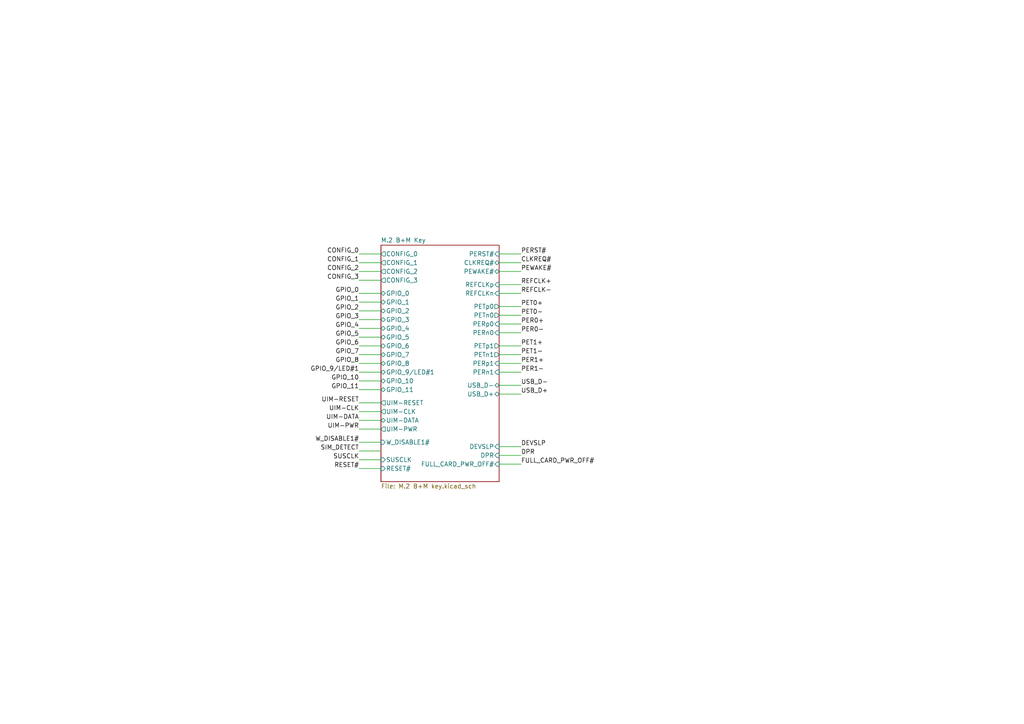
<source format=kicad_sch>
(kicad_sch
	(version 20250114)
	(generator "eeschema")
	(generator_version "9.0")
	(uuid "0e5434ce-5e10-40a4-84b4-46c88cb3228f")
	(paper "A4")
	(lib_symbols)
	(wire
		(pts
			(xy 104.14 105.41) (xy 110.49 105.41)
		)
		(stroke
			(width 0)
			(type default)
		)
		(uuid "00f02d98-6e45-4122-8df7-632549b3128d")
	)
	(wire
		(pts
			(xy 104.14 73.66) (xy 110.49 73.66)
		)
		(stroke
			(width 0)
			(type default)
		)
		(uuid "02463246-6187-4695-8da0-735228d332fd")
	)
	(wire
		(pts
			(xy 144.78 107.95) (xy 151.13 107.95)
		)
		(stroke
			(width 0)
			(type default)
		)
		(uuid "0c168be9-aba9-4a08-9e3a-4bafd4008fe7")
	)
	(wire
		(pts
			(xy 144.78 93.98) (xy 151.13 93.98)
		)
		(stroke
			(width 0)
			(type default)
		)
		(uuid "0ff44b60-b4a7-4241-be4d-6fb8972330f7")
	)
	(wire
		(pts
			(xy 104.14 92.71) (xy 110.49 92.71)
		)
		(stroke
			(width 0)
			(type default)
		)
		(uuid "213e103f-4ef8-4750-972c-4fe7a9407456")
	)
	(wire
		(pts
			(xy 104.14 107.95) (xy 110.49 107.95)
		)
		(stroke
			(width 0)
			(type default)
		)
		(uuid "28a79ac6-8e3d-4579-b58f-4c2d146b8ee3")
	)
	(wire
		(pts
			(xy 104.14 100.33) (xy 110.49 100.33)
		)
		(stroke
			(width 0)
			(type default)
		)
		(uuid "2db987cc-4aa2-4023-9901-c23c1252cd73")
	)
	(wire
		(pts
			(xy 104.14 130.81) (xy 110.49 130.81)
		)
		(stroke
			(width 0)
			(type default)
		)
		(uuid "39ec3a5b-5e2d-4999-bb46-a0c158495752")
	)
	(wire
		(pts
			(xy 144.78 73.66) (xy 151.13 73.66)
		)
		(stroke
			(width 0)
			(type default)
		)
		(uuid "3c8b3d21-c22a-41e7-92f0-79da2d2dd3b3")
	)
	(wire
		(pts
			(xy 104.14 81.28) (xy 110.49 81.28)
		)
		(stroke
			(width 0)
			(type default)
		)
		(uuid "4297c9a2-b430-47ad-8d9d-53139d6d8265")
	)
	(wire
		(pts
			(xy 104.14 90.17) (xy 110.49 90.17)
		)
		(stroke
			(width 0)
			(type default)
		)
		(uuid "43da3404-ffd5-4568-b184-e4c6ad22ccba")
	)
	(wire
		(pts
			(xy 104.14 78.74) (xy 110.49 78.74)
		)
		(stroke
			(width 0)
			(type default)
		)
		(uuid "4754cb2f-43de-4374-8d59-457f855db9a1")
	)
	(wire
		(pts
			(xy 104.14 121.92) (xy 110.49 121.92)
		)
		(stroke
			(width 0)
			(type default)
		)
		(uuid "4789dbe4-0dca-4fbf-97e0-859ff23be8fb")
	)
	(wire
		(pts
			(xy 144.78 134.62) (xy 151.13 134.62)
		)
		(stroke
			(width 0)
			(type default)
		)
		(uuid "52825b24-d470-4e14-8f84-bf70b7953835")
	)
	(wire
		(pts
			(xy 144.78 114.3) (xy 151.13 114.3)
		)
		(stroke
			(width 0)
			(type default)
		)
		(uuid "62ba96ad-10d5-4a66-9783-f71e1b45b60d")
	)
	(wire
		(pts
			(xy 104.14 102.87) (xy 110.49 102.87)
		)
		(stroke
			(width 0)
			(type default)
		)
		(uuid "7322e8fe-057a-443c-a887-0c170e58cf00")
	)
	(wire
		(pts
			(xy 144.78 102.87) (xy 151.13 102.87)
		)
		(stroke
			(width 0)
			(type default)
		)
		(uuid "7b48c2c3-6cbc-4087-b79c-c6a2bde330b8")
	)
	(wire
		(pts
			(xy 104.14 87.63) (xy 110.49 87.63)
		)
		(stroke
			(width 0)
			(type default)
		)
		(uuid "85b59e95-00be-4dfd-b2f6-8d389b9bf0cf")
	)
	(wire
		(pts
			(xy 104.14 135.89) (xy 110.49 135.89)
		)
		(stroke
			(width 0)
			(type default)
		)
		(uuid "90ab70b9-5f8f-4072-980e-fb94a9298b01")
	)
	(wire
		(pts
			(xy 104.14 116.84) (xy 110.49 116.84)
		)
		(stroke
			(width 0)
			(type default)
		)
		(uuid "9a4b6b11-12fc-4e36-baa6-51965a0ddbe7")
	)
	(wire
		(pts
			(xy 144.78 82.55) (xy 151.13 82.55)
		)
		(stroke
			(width 0)
			(type default)
		)
		(uuid "9a591edf-262b-4391-b4b9-9d2f2ec47889")
	)
	(wire
		(pts
			(xy 144.78 76.2) (xy 151.13 76.2)
		)
		(stroke
			(width 0)
			(type default)
		)
		(uuid "a017466f-b242-4693-93a4-eb38928d716c")
	)
	(wire
		(pts
			(xy 144.78 111.76) (xy 151.13 111.76)
		)
		(stroke
			(width 0)
			(type default)
		)
		(uuid "a11855d8-9032-4c4d-85bf-2f8ed3adbf56")
	)
	(wire
		(pts
			(xy 104.14 110.49) (xy 110.49 110.49)
		)
		(stroke
			(width 0)
			(type default)
		)
		(uuid "a58783a9-9ca9-44f5-a5e3-1769c1a196aa")
	)
	(wire
		(pts
			(xy 104.14 133.35) (xy 110.49 133.35)
		)
		(stroke
			(width 0)
			(type default)
		)
		(uuid "abbc3703-4068-4c38-afd6-7b722c00c9b3")
	)
	(wire
		(pts
			(xy 104.14 97.79) (xy 110.49 97.79)
		)
		(stroke
			(width 0)
			(type default)
		)
		(uuid "b785181f-1167-4146-a401-3453d4b7cee7")
	)
	(wire
		(pts
			(xy 144.78 132.08) (xy 151.13 132.08)
		)
		(stroke
			(width 0)
			(type default)
		)
		(uuid "c0953c26-62a4-4aaf-857c-81c3211092eb")
	)
	(wire
		(pts
			(xy 144.78 85.09) (xy 151.13 85.09)
		)
		(stroke
			(width 0)
			(type default)
		)
		(uuid "ca60656f-a44a-4ac4-afd7-96383a784138")
	)
	(wire
		(pts
			(xy 144.78 129.54) (xy 151.13 129.54)
		)
		(stroke
			(width 0)
			(type default)
		)
		(uuid "cbfd55d2-fd96-4f0e-81e5-df099dee43e9")
	)
	(wire
		(pts
			(xy 144.78 96.52) (xy 151.13 96.52)
		)
		(stroke
			(width 0)
			(type default)
		)
		(uuid "ccc077b3-8b59-46fc-adca-a44dd7ebf134")
	)
	(wire
		(pts
			(xy 104.14 113.03) (xy 110.49 113.03)
		)
		(stroke
			(width 0)
			(type default)
		)
		(uuid "cdec83ee-a928-4596-8dcb-585e8e9acfde")
	)
	(wire
		(pts
			(xy 144.78 88.9) (xy 151.13 88.9)
		)
		(stroke
			(width 0)
			(type default)
		)
		(uuid "d0400d86-686c-4470-83c3-a89f2e19fd7c")
	)
	(wire
		(pts
			(xy 104.14 95.25) (xy 110.49 95.25)
		)
		(stroke
			(width 0)
			(type default)
		)
		(uuid "d0b73c04-001b-4c5c-a435-6c6321353089")
	)
	(wire
		(pts
			(xy 144.78 105.41) (xy 151.13 105.41)
		)
		(stroke
			(width 0)
			(type default)
		)
		(uuid "d0e814ff-493a-422c-9d12-2326bcdeeec9")
	)
	(wire
		(pts
			(xy 144.78 91.44) (xy 151.13 91.44)
		)
		(stroke
			(width 0)
			(type default)
		)
		(uuid "d93affcc-2520-4773-9e4b-4beafec63e9e")
	)
	(wire
		(pts
			(xy 104.14 124.46) (xy 110.49 124.46)
		)
		(stroke
			(width 0)
			(type default)
		)
		(uuid "d988038c-db35-423c-9d51-c3a3efca7e28")
	)
	(wire
		(pts
			(xy 104.14 85.09) (xy 110.49 85.09)
		)
		(stroke
			(width 0)
			(type default)
		)
		(uuid "da1dd64f-b7da-409b-a9a5-b6d19f9a81db")
	)
	(wire
		(pts
			(xy 144.78 78.74) (xy 151.13 78.74)
		)
		(stroke
			(width 0)
			(type default)
		)
		(uuid "daae01d6-8d50-4663-ae8a-196c6b250fe7")
	)
	(wire
		(pts
			(xy 104.14 76.2) (xy 110.49 76.2)
		)
		(stroke
			(width 0)
			(type default)
		)
		(uuid "e5683715-42f7-4af5-b8ca-498511e5a6e0")
	)
	(wire
		(pts
			(xy 144.78 100.33) (xy 151.13 100.33)
		)
		(stroke
			(width 0)
			(type default)
		)
		(uuid "ee9636c2-fbb5-44ed-a35b-612796bb7657")
	)
	(wire
		(pts
			(xy 104.14 128.27) (xy 110.49 128.27)
		)
		(stroke
			(width 0)
			(type default)
		)
		(uuid "fc99f8af-0ab1-4876-a9be-1b64870946d5")
	)
	(wire
		(pts
			(xy 104.14 119.38) (xy 110.49 119.38)
		)
		(stroke
			(width 0)
			(type default)
		)
		(uuid "fda7ebf7-7223-45a3-a24d-941c5f7ba2c0")
	)
	(label "FULL_CARD_PWR_OFF#"
		(at 151.13 134.62 0)
		(effects
			(font
				(size 1.27 1.27)
			)
			(justify left bottom)
		)
		(uuid "0a54286c-ec33-4f5d-b84c-f1beb417be48")
	)
	(label "GPIO_6"
		(at 104.14 100.33 180)
		(effects
			(font
				(size 1.27 1.27)
			)
			(justify right bottom)
		)
		(uuid "0e2c6ced-2f5b-4dee-b35f-c246a22e4f4b")
	)
	(label "GPIO_1"
		(at 104.14 87.63 180)
		(effects
			(font
				(size 1.27 1.27)
			)
			(justify right bottom)
		)
		(uuid "0fde8925-13dc-4fea-a217-0742d9c5f87d")
	)
	(label "PER1+"
		(at 151.13 105.41 0)
		(effects
			(font
				(size 1.27 1.27)
			)
			(justify left bottom)
		)
		(uuid "14480b68-5ad2-4a4c-9101-8a9eae97523e")
	)
	(label "GPIO_10"
		(at 104.14 110.49 180)
		(effects
			(font
				(size 1.27 1.27)
			)
			(justify right bottom)
		)
		(uuid "15c9ab47-90d8-4bc7-8c92-1ddf2712ee78")
	)
	(label "PET1+"
		(at 151.13 100.33 0)
		(effects
			(font
				(size 1.27 1.27)
			)
			(justify left bottom)
		)
		(uuid "1bed3f65-905e-44af-8aef-5203ccfdf0a0")
	)
	(label "CONFIG_0"
		(at 104.14 73.66 180)
		(effects
			(font
				(size 1.27 1.27)
			)
			(justify right bottom)
		)
		(uuid "22918204-8d81-47ee-b922-045387d2de5f")
	)
	(label "PER1-"
		(at 151.13 107.95 0)
		(effects
			(font
				(size 1.27 1.27)
			)
			(justify left bottom)
		)
		(uuid "2658cdb2-c207-4c80-97aa-76fa1c8051ea")
	)
	(label "W_DISABLE1#"
		(at 104.14 128.27 180)
		(effects
			(font
				(size 1.27 1.27)
			)
			(justify right bottom)
		)
		(uuid "3d39b9de-6885-4cc4-8675-71d3cc966b03")
	)
	(label "PET0-"
		(at 151.13 91.44 0)
		(effects
			(font
				(size 1.27 1.27)
			)
			(justify left bottom)
		)
		(uuid "42a7e67e-1568-452a-8108-3f5ba22568b0")
	)
	(label "GPIO_4"
		(at 104.14 95.25 180)
		(effects
			(font
				(size 1.27 1.27)
			)
			(justify right bottom)
		)
		(uuid "517af859-6b44-4955-b0c7-35851f137287")
	)
	(label "PET0+"
		(at 151.13 88.9 0)
		(effects
			(font
				(size 1.27 1.27)
			)
			(justify left bottom)
		)
		(uuid "5c5bf380-4462-4100-b2a4-6a5a0e476ae2")
	)
	(label "REFCLK-"
		(at 151.13 85.09 0)
		(effects
			(font
				(size 1.27 1.27)
			)
			(justify left bottom)
		)
		(uuid "6460285f-3bc2-41b8-ad1f-764b318e2edf")
	)
	(label "RESET#"
		(at 104.14 135.89 180)
		(effects
			(font
				(size 1.27 1.27)
			)
			(justify right bottom)
		)
		(uuid "681b2b22-97ea-4c3a-98e2-9dad24c9f450")
	)
	(label "GPIO_0"
		(at 104.14 85.09 180)
		(effects
			(font
				(size 1.27 1.27)
			)
			(justify right bottom)
		)
		(uuid "68d9e093-1d65-4eee-8fa9-63f3596a5511")
	)
	(label "CONFIG_3"
		(at 104.14 81.28 180)
		(effects
			(font
				(size 1.27 1.27)
			)
			(justify right bottom)
		)
		(uuid "6bc511b9-43cf-4ad2-b9a8-9b95d9d01744")
	)
	(label "CONFIG_2"
		(at 104.14 78.74 180)
		(effects
			(font
				(size 1.27 1.27)
			)
			(justify right bottom)
		)
		(uuid "6fdb3757-663e-44c7-ae42-2c07af5cb91d")
	)
	(label "CLKREQ#"
		(at 151.13 76.2 0)
		(effects
			(font
				(size 1.27 1.27)
			)
			(justify left bottom)
		)
		(uuid "707d15a4-7030-483c-876f-667a246ad7c5")
	)
	(label "PERST#"
		(at 151.13 73.66 0)
		(effects
			(font
				(size 1.27 1.27)
			)
			(justify left bottom)
		)
		(uuid "73e17d14-ac37-4118-a9be-7c145d4f0234")
	)
	(label "PEWAKE#"
		(at 151.13 78.74 0)
		(effects
			(font
				(size 1.27 1.27)
			)
			(justify left bottom)
		)
		(uuid "81132621-9e29-44aa-96a3-99f94151d7a9")
	)
	(label "GPIO_7"
		(at 104.14 102.87 180)
		(effects
			(font
				(size 1.27 1.27)
			)
			(justify right bottom)
		)
		(uuid "8f79b7f8-dd48-4e23-a2e5-5f7202c48c12")
	)
	(label "DEVSLP"
		(at 151.13 129.54 0)
		(effects
			(font
				(size 1.27 1.27)
			)
			(justify left bottom)
		)
		(uuid "96d034af-2c90-4cb6-9209-b02ceb734c0c")
	)
	(label "SUSCLK"
		(at 104.14 133.35 180)
		(effects
			(font
				(size 1.27 1.27)
			)
			(justify right bottom)
		)
		(uuid "9db90d27-c0eb-4e0f-aea0-dbe40ebaa187")
	)
	(label "GPIO_9{slash}LED#1"
		(at 104.14 107.95 180)
		(effects
			(font
				(size 1.27 1.27)
			)
			(justify right bottom)
		)
		(uuid "a3e63f48-e475-4c11-9ad7-69c7006ca867")
	)
	(label "GPIO_5"
		(at 104.14 97.79 180)
		(effects
			(font
				(size 1.27 1.27)
			)
			(justify right bottom)
		)
		(uuid "a64e7234-9ae9-4a5c-a011-70941cf752d9")
	)
	(label "PET1-"
		(at 151.13 102.87 0)
		(effects
			(font
				(size 1.27 1.27)
			)
			(justify left bottom)
		)
		(uuid "a7aa2c9e-3ea2-4a1c-be30-1fc007d3c8ed")
	)
	(label "GPIO_2"
		(at 104.14 90.17 180)
		(effects
			(font
				(size 1.27 1.27)
			)
			(justify right bottom)
		)
		(uuid "b26997d0-f371-422e-af79-b5f55614178e")
	)
	(label "PER0+"
		(at 151.13 93.98 0)
		(effects
			(font
				(size 1.27 1.27)
			)
			(justify left bottom)
		)
		(uuid "b9ebb6d7-8aea-4a1b-a534-afa3d08ec8bf")
	)
	(label "DPR"
		(at 151.13 132.08 0)
		(effects
			(font
				(size 1.27 1.27)
			)
			(justify left bottom)
		)
		(uuid "bc024b8b-c5bb-4a08-881a-936279cdda6c")
	)
	(label "SIM_DETECT"
		(at 104.14 130.81 180)
		(effects
			(font
				(size 1.27 1.27)
			)
			(justify right bottom)
		)
		(uuid "c010c0c3-2a86-4c4b-907b-594ebce7390c")
	)
	(label "REFCLK+"
		(at 151.13 82.55 0)
		(effects
			(font
				(size 1.27 1.27)
			)
			(justify left bottom)
		)
		(uuid "c2d283c0-b810-4b33-83dd-8ff0a85122ff")
	)
	(label "GPIO_11"
		(at 104.14 113.03 180)
		(effects
			(font
				(size 1.27 1.27)
			)
			(justify right bottom)
		)
		(uuid "c6adc16b-a781-4333-b42d-d3800939bb5e")
	)
	(label "USB_D+"
		(at 151.13 114.3 0)
		(effects
			(font
				(size 1.27 1.27)
			)
			(justify left bottom)
		)
		(uuid "c7b10b5e-596c-4852-9de2-0fc7b5943c3b")
	)
	(label "GPIO_3"
		(at 104.14 92.71 180)
		(effects
			(font
				(size 1.27 1.27)
			)
			(justify right bottom)
		)
		(uuid "cc3c0fc5-ad98-4083-8097-8bd72fa80d63")
	)
	(label "GPIO_8"
		(at 104.14 105.41 180)
		(effects
			(font
				(size 1.27 1.27)
			)
			(justify right bottom)
		)
		(uuid "cc5ff2c1-ea88-41cd-9f1e-5b5cd37aff79")
	)
	(label "USB_D-"
		(at 151.13 111.76 0)
		(effects
			(font
				(size 1.27 1.27)
			)
			(justify left bottom)
		)
		(uuid "d5d8fb57-7d71-450d-bafc-31e4bb5511de")
	)
	(label "UIM-RESET"
		(at 104.14 116.84 180)
		(effects
			(font
				(size 1.27 1.27)
			)
			(justify right bottom)
		)
		(uuid "dd81edbc-a217-435d-b6dd-72d5ba7479e4")
	)
	(label "UIM-CLK"
		(at 104.14 119.38 180)
		(effects
			(font
				(size 1.27 1.27)
			)
			(justify right bottom)
		)
		(uuid "e503fbf0-cfa2-4125-babe-ab892110d254")
	)
	(label "CONFIG_1"
		(at 104.14 76.2 180)
		(effects
			(font
				(size 1.27 1.27)
			)
			(justify right bottom)
		)
		(uuid "eead2979-95e6-4346-b22d-b12da20a58a3")
	)
	(label "UIM-DATA"
		(at 104.14 121.92 180)
		(effects
			(font
				(size 1.27 1.27)
			)
			(justify right bottom)
		)
		(uuid "f08ccc06-1327-4761-b641-26ec2f5a7f7d")
	)
	(label "PER0-"
		(at 151.13 96.52 0)
		(effects
			(font
				(size 1.27 1.27)
			)
			(justify left bottom)
		)
		(uuid "f2454ed5-abcb-4746-aaad-bd62bb338988")
	)
	(label "UIM-PWR"
		(at 104.14 124.46 180)
		(effects
			(font
				(size 1.27 1.27)
			)
			(justify right bottom)
		)
		(uuid "fdf63654-df2e-4cc7-9b96-4ba4b4d3dffc")
	)
	(sheet
		(at 110.49 71.12)
		(size 34.29 68.58)
		(exclude_from_sim no)
		(in_bom yes)
		(on_board yes)
		(dnp no)
		(fields_autoplaced yes)
		(stroke
			(width 0.1524)
			(type solid)
		)
		(fill
			(color 0 0 0 0.0000)
		)
		(uuid "932cf4bc-be2d-469c-911a-4326b33c6b54")
		(property "Sheetname" "M.2 B+M Key"
			(at 110.49 70.4084 0)
			(effects
				(font
					(size 1.27 1.27)
				)
				(justify left bottom)
			)
		)
		(property "Sheetfile" "M.2 B+M key.kicad_sch"
			(at 110.49 140.2846 0)
			(effects
				(font
					(size 1.27 1.27)
				)
				(justify left top)
			)
		)
		(pin "GPIO_9/LED#1" bidirectional
			(at 110.49 107.95 180)
			(uuid "0c61fbf2-ea8b-4c48-a266-8f11117a66a1")
			(effects
				(font
					(size 1.27 1.27)
				)
				(justify left)
			)
		)
		(pin "GPIO_0" bidirectional
			(at 110.49 85.09 180)
			(uuid "f5ca4605-ec2b-440f-82f8-798b2f4e9d7e")
			(effects
				(font
					(size 1.27 1.27)
				)
				(justify left)
			)
		)
		(pin "UIM-RESET" output
			(at 110.49 116.84 180)
			(uuid "c9d3edeb-0b83-4aba-b273-7279c8034331")
			(effects
				(font
					(size 1.27 1.27)
				)
				(justify left)
			)
		)
		(pin "UIM-DATA" bidirectional
			(at 110.49 121.92 180)
			(uuid "618b1db5-3a39-475b-bb8e-ea6e1d1146a0")
			(effects
				(font
					(size 1.27 1.27)
				)
				(justify left)
			)
		)
		(pin "GPIO_3" bidirectional
			(at 110.49 92.71 180)
			(uuid "d591fe6b-d74d-420a-a715-d02e5eabbda3")
			(effects
				(font
					(size 1.27 1.27)
				)
				(justify left)
			)
		)
		(pin "GPIO_5" bidirectional
			(at 110.49 97.79 180)
			(uuid "9f8afbf6-a96d-4bd8-8c94-f7189f6d77cd")
			(effects
				(font
					(size 1.27 1.27)
				)
				(justify left)
			)
		)
		(pin "CONFIG_1" output
			(at 110.49 76.2 180)
			(uuid "cc119f88-4a65-4688-805c-aff3cd884598")
			(effects
				(font
					(size 1.27 1.27)
				)
				(justify left)
			)
		)
		(pin "CONFIG_2" output
			(at 110.49 78.74 180)
			(uuid "98bf318f-123e-4674-8962-37af5c0b24a4")
			(effects
				(font
					(size 1.27 1.27)
				)
				(justify left)
			)
		)
		(pin "PERn1" input
			(at 144.78 107.95 0)
			(uuid "b18e9163-d6df-4f90-9a29-5c736d691ad5")
			(effects
				(font
					(size 1.27 1.27)
				)
				(justify right)
			)
		)
		(pin "PETn1" output
			(at 144.78 102.87 0)
			(uuid "0fd0c3cb-c853-44b0-a0c4-72eefa54df50")
			(effects
				(font
					(size 1.27 1.27)
				)
				(justify right)
			)
		)
		(pin "DPR" input
			(at 144.78 132.08 0)
			(uuid "13656c9c-c47c-4c6d-886f-32fe099154f8")
			(effects
				(font
					(size 1.27 1.27)
				)
				(justify right)
			)
		)
		(pin "GPIO_10" bidirectional
			(at 110.49 110.49 180)
			(uuid "497725c4-61fc-48ec-9812-0e1b03e2160f")
			(effects
				(font
					(size 1.27 1.27)
				)
				(justify left)
			)
		)
		(pin "UIM-PWR" output
			(at 110.49 124.46 180)
			(uuid "d7ec3126-4315-4862-8662-59c911f016a2")
			(effects
				(font
					(size 1.27 1.27)
				)
				(justify left)
			)
		)
		(pin "GPIO_7" bidirectional
			(at 110.49 102.87 180)
			(uuid "947cedf0-cde5-46ee-9a7e-fe5602ac1ed4")
			(effects
				(font
					(size 1.27 1.27)
				)
				(justify left)
			)
		)
		(pin "REFCLKp" input
			(at 144.78 82.55 0)
			(uuid "ba0ff085-fd06-4b0c-9fb5-2b171552297a")
			(effects
				(font
					(size 1.27 1.27)
				)
				(justify right)
			)
		)
		(pin "DEVSLP" input
			(at 144.78 129.54 0)
			(uuid "0ee27025-faa6-4bbc-954a-d84c119b3b63")
			(effects
				(font
					(size 1.27 1.27)
				)
				(justify right)
			)
		)
		(pin "PERn0" input
			(at 144.78 96.52 0)
			(uuid "ec28a648-7adc-4d6b-9509-35130156c39b")
			(effects
				(font
					(size 1.27 1.27)
				)
				(justify right)
			)
		)
		(pin "GPIO_1" bidirectional
			(at 110.49 87.63 180)
			(uuid "79bf1f5a-4983-4261-921b-d566ea4d9607")
			(effects
				(font
					(size 1.27 1.27)
				)
				(justify left)
			)
		)
		(pin "GPIO_4" bidirectional
			(at 110.49 95.25 180)
			(uuid "c8d0e52f-3590-4881-b752-1ae9bdccde08")
			(effects
				(font
					(size 1.27 1.27)
				)
				(justify left)
			)
		)
		(pin "PETp0" output
			(at 144.78 88.9 0)
			(uuid "e819bb7b-32d8-4cbc-ae63-161c2addbebb")
			(effects
				(font
					(size 1.27 1.27)
				)
				(justify right)
			)
		)
		(pin "CONFIG_0" output
			(at 110.49 73.66 180)
			(uuid "ed0c29f1-2424-44a4-8f96-60dead19de83")
			(effects
				(font
					(size 1.27 1.27)
				)
				(justify left)
			)
		)
		(pin "PERp0" input
			(at 144.78 93.98 0)
			(uuid "94716b2a-0059-4b4a-ac56-58acabd65182")
			(effects
				(font
					(size 1.27 1.27)
				)
				(justify right)
			)
		)
		(pin "PETn0" output
			(at 144.78 91.44 0)
			(uuid "40e2265a-6ed0-46ef-8801-b9d7ae75d48c")
			(effects
				(font
					(size 1.27 1.27)
				)
				(justify right)
			)
		)
		(pin "REFCLKn" input
			(at 144.78 85.09 0)
			(uuid "c200f53c-9bf8-4e11-9b96-ee4a2a42d18e")
			(effects
				(font
					(size 1.27 1.27)
				)
				(justify right)
			)
		)
		(pin "SUSCLK" input
			(at 110.49 133.35 180)
			(uuid "e60dabb3-0516-4a22-897e-c09c5bb43f6d")
			(effects
				(font
					(size 1.27 1.27)
				)
				(justify left)
			)
		)
		(pin "PETp1" output
			(at 144.78 100.33 0)
			(uuid "de295e7e-44fa-4e01-98f5-d3f7aaa6582f")
			(effects
				(font
					(size 1.27 1.27)
				)
				(justify right)
			)
		)
		(pin "USB_D+" bidirectional
			(at 144.78 114.3 0)
			(uuid "6e857c7e-c423-4754-8c63-bdda668dfbbd")
			(effects
				(font
					(size 1.27 1.27)
				)
				(justify right)
			)
		)
		(pin "FULL_CARD_PWR_OFF#" input
			(at 144.78 134.62 0)
			(uuid "72892008-87a2-4332-8f54-34e62dc7c071")
			(effects
				(font
					(size 1.27 1.27)
				)
				(justify right)
			)
		)
		(pin "GPIO_8" bidirectional
			(at 110.49 105.41 180)
			(uuid "bb98c362-7b9f-461d-973a-6450d12d339a")
			(effects
				(font
					(size 1.27 1.27)
				)
				(justify left)
			)
		)
		(pin "W_DISABLE1#" input
			(at 110.49 128.27 180)
			(uuid "2c42777e-1e04-4736-bc17-fd5d7b0e1a3d")
			(effects
				(font
					(size 1.27 1.27)
				)
				(justify left)
			)
		)
		(pin "USB_D-" bidirectional
			(at 144.78 111.76 0)
			(uuid "82357b9f-e808-4378-a89a-2970e679b3f7")
			(effects
				(font
					(size 1.27 1.27)
				)
				(justify right)
			)
		)
		(pin "PERp1" input
			(at 144.78 105.41 0)
			(uuid "d3c31227-d8f4-49fa-9490-4b8b44c8e666")
			(effects
				(font
					(size 1.27 1.27)
				)
				(justify right)
			)
		)
		(pin "GPIO_2" bidirectional
			(at 110.49 90.17 180)
			(uuid "939c7bac-d5d5-48ce-b1b8-bc5ffff537c9")
			(effects
				(font
					(size 1.27 1.27)
				)
				(justify left)
			)
		)
		(pin "RESET#" input
			(at 110.49 135.89 180)
			(uuid "fecc0cbd-21e8-40cf-9e77-27bef69dc375")
			(effects
				(font
					(size 1.27 1.27)
				)
				(justify left)
			)
		)
		(pin "PERST#" input
			(at 144.78 73.66 0)
			(uuid "caef25bc-ef9e-401f-bab0-2c2f13ac13e0")
			(effects
				(font
					(size 1.27 1.27)
				)
				(justify right)
			)
		)
		(pin "CONFIG_3" output
			(at 110.49 81.28 180)
			(uuid "901c7bf1-ade1-4de3-9637-bb6ea2983c7d")
			(effects
				(font
					(size 1.27 1.27)
				)
				(justify left)
			)
		)
		(pin "GPIO_11" bidirectional
			(at 110.49 113.03 180)
			(uuid "8580cd64-038d-4f74-94bb-fcbd554a07be")
			(effects
				(font
					(size 1.27 1.27)
				)
				(justify left)
			)
		)
		(pin "UIM-CLK" output
			(at 110.49 119.38 180)
			(uuid "d7566fc8-0b3c-4f7e-aebf-2b4937df8b82")
			(effects
				(font
					(size 1.27 1.27)
				)
				(justify left)
			)
		)
		(pin "PEWAKE#" bidirectional
			(at 144.78 78.74 0)
			(uuid "f19966db-89b0-4d74-aa9a-babca3530c8c")
			(effects
				(font
					(size 1.27 1.27)
				)
				(justify right)
			)
		)
		(pin "CLKREQ#" bidirectional
			(at 144.78 76.2 0)
			(uuid "9d7bca14-0cb0-4fa8-a2f0-189d7a3e6d70")
			(effects
				(font
					(size 1.27 1.27)
				)
				(justify right)
			)
		)
		(pin "GPIO_6" bidirectional
			(at 110.49 100.33 180)
			(uuid "efcc13ee-0bb0-4f4b-8107-4a8c34191c3e")
			(effects
				(font
					(size 1.27 1.27)
				)
				(justify left)
			)
		)
		(instances
			(project "M.2 B+M Key 2280"
				(path "/0e5434ce-5e10-40a4-84b4-46c88cb3228f"
					(page "2")
				)
			)
		)
	)
	(sheet_instances
		(path "/"
			(page "1")
		)
	)
	(embedded_fonts no)
)

</source>
